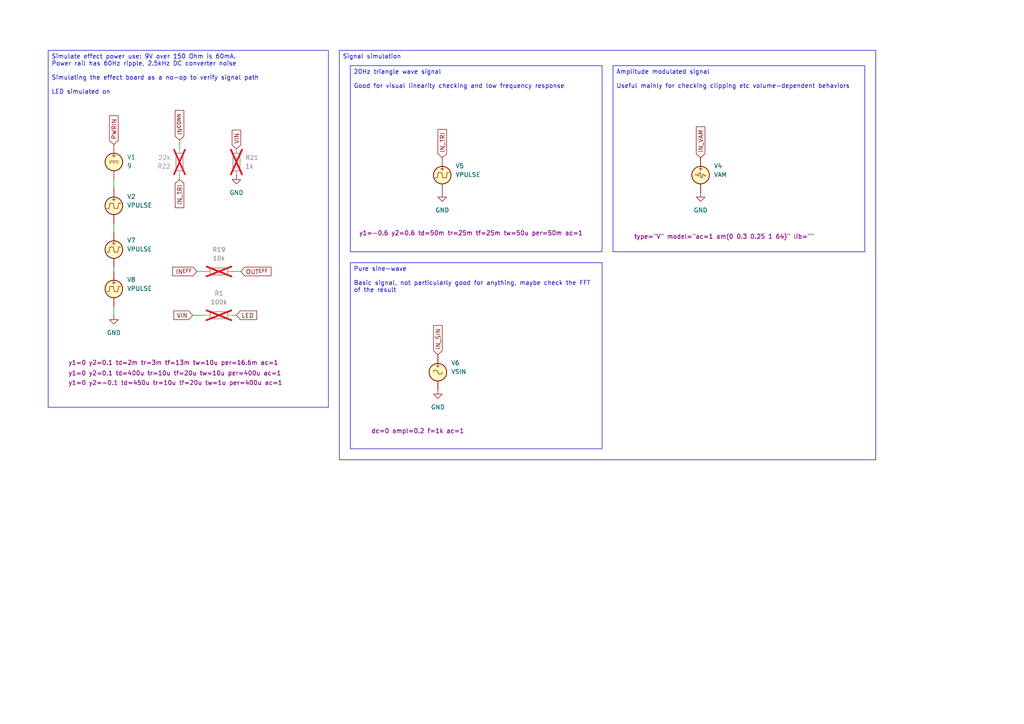
<source format=kicad_sch>
(kicad_sch (version 20250114) (generator "eeschema") (generator_version "9.0")
  (paper "A4")
  (title_block (title "Simulation infrastructure"))
  (lib_symbols
    (symbol "Device:R" (pin_numbers (hide yes)) (pin_names (offset 0))
      (property "Reference" "R" (at 2.032 0 90))
      (property "Value" "R" (at 0 0 90))
      (symbol "R_0_1"
        (rectangle (start -1.016 -2.54) (end 1.016 2.54) (stroke (width 0.254)))
      )
      (symbol "R_1_1"
        (pin passive line (at 0 3.81 270) (length 1.27) (name "~") (number "1"))
        (pin passive line (at 0 -3.81 90) (length 1.27) (name "~") (number "2"))
      )
    )
    (symbol "Simulation_SPICE:VAM" (pin_numbers (hide yes)) (pin_names (offset 0.0254))
      (property "Reference" "V" (at 2.54 2.54 0))
      (property "Value" "VAM" (at 2.54 0 0))
      (property "Sim.Params" "type=\"V\" model=\"am(1 0 1k 100k 1n)\" lib=\"\"" (at 2.54 -2.54 0))
      (symbol "VAM_0_0"
        (arc (start -0.508 0.508) (mid -0.254 0.7609) (end 0 0.508))
        (text "+" (at 0 1.905 0) (effects (font (size 1.27 1.27))))
      )
      (symbol "VAM_0_1"
        (arc (start -1.524 0) (mid -1.27 0.2529) (end -1.016 0))
        (arc (start -0.508 0) (mid -0.762 -0.2529) (end -1.016 0))
        (polyline (pts (xy -0.508 0.508) (xy -0.508 0)))
        (polyline (pts (xy 0 0.508) (xy 0 -0.508)))
        (circle (center 0 0) (radius 2.54) (stroke (width 0.254)) (fill (type background)))
        (arc (start 0.508 -0.508) (mid 0.254 -0.7609) (end 0 -0.508))
        (polyline (pts (xy 0.508 -0.508) (xy 0.508 0)))
        (arc (start 0.508 0) (mid 0.762 0.2529) (end 1.016 0))
        (arc (start 1.524 0) (mid 1.27 -0.2529) (end 1.016 0))
      )
      (symbol "VAM_1_1"
        (pin passive line (at 0 5.08 270) (length 2.54) (name "~") (number "1"))
        (pin passive line (at 0 -5.08 90) (length 2.54) (name "~") (number "2"))
      )
    )
    (symbol "Simulation_SPICE:VDC" (pin_numbers (hide yes)) (pin_names (offset 0.0254))
      (property "Reference" "V" (at 2.54 2.54 0))
      (property "Value" "1" (at 2.54 0 0))
      (symbol "VDC_0_0"
        (polyline (pts (xy -1.27 0.254) (xy 1.27 0.254)))
        (polyline (pts (xy -0.762 -0.254) (xy -1.27 -0.254)))
        (polyline (pts (xy 0.254 -0.254) (xy -0.254 -0.254)))
        (polyline (pts (xy 1.27 -0.254) (xy 0.762 -0.254)))
        (text "+" (at 0 1.905 0) (effects (font (size 1.27 1.27))))
      )
      (symbol "VDC_0_1"
        (circle (center 0 0) (radius 2.54) (stroke (width 0.254)) (fill (type background)))
      )
      (symbol "VDC_1_1"
        (pin passive line (at 0 5.08 270) (length 2.54) (name "~") (number "1"))
        (pin passive line (at 0 -5.08 90) (length 2.54) (name "~") (number "2"))
      )
    )
    (symbol "Simulation_SPICE:VPULSE" (pin_numbers (hide yes)) (pin_names (offset 0.0254))
      (property "Reference" "V" (at 2.54 2.54 0))
      (property "Value" "VPULSE" (at 2.54 0 0))
      (property "Sim.Params" "y1=0 y2=1 td=2n tr=2n tf=2n tw=50n per=100n" (at 2.54 -2.54 0))
      (symbol "VPULSE_0_0"
        (polyline (pts (xy -2.032 -0.762) (xy -1.397 -0.762) (xy -1.143 0.762) (xy -0.127 0.762) (xy 0.127 -0.762) (xy 1.143 -0.762) (xy 1.397 0.762) (xy 2.032 0.762)))
        (text "+" (at 0 1.905 0) (effects (font (size 1.27 1.27))))
      )
      (symbol "VPULSE_0_1"
        (circle (center 0 0) (radius 2.54) (stroke (width 0.254)) (fill (type background)))
      )
      (symbol "VPULSE_1_1"
        (pin passive line (at 0 5.08 270) (length 2.54) (name "~") (number "1"))
        (pin passive line (at 0 -5.08 90) (length 2.54) (name "~") (number "2"))
      )
    )
    (symbol "Simulation_SPICE:VSIN" (pin_numbers (hide yes)) (pin_names (offset 0.0254))
      (property "Reference" "V" (at 2.54 2.54 0))
      (property "Value" "VSIN" (at 2.54 0 0))
      (property "Sim.Params" "dc=0 ampl=1 f=1k ac=1" (at 2.54 -2.54 0))
      (symbol "VSIN_0_0"
        (arc (start -1.27 0) (mid -0.635 0.6323) (end 0 0))
        (arc (start 1.27 0) (mid 0.635 -0.6323) (end 0 0))
        (text "+" (at 0 1.905 0) (effects (font (size 1.27 1.27))))
      )
      (symbol "VSIN_0_1"
        (circle (center 0 0) (radius 2.54) (stroke (width 0.254)) (fill (type background)))
      )
      (symbol "VSIN_1_1"
        (pin passive line (at 0 5.08 270) (length 2.54) (name "~") (number "1"))
        (pin passive line (at 0 -5.08 90) (length 2.54) (name "~") (number "2"))
      )
    )
    (symbol "power:GND" (power) (pin_numbers (hide yes)) (pin_names (offset 0) (hide yes))
      (property "Value" "GND" (at 0 -3.81 0))
      (symbol "GND_0_1"
        (polyline (pts (xy 0 0) (xy 0 -1.27) (xy 1.27 -1.27) (xy 0 -2.54) (xy -1.27 -1.27) (xy 0 -1.27)))
      )
      (symbol "GND_1_1"
        (pin power_in line (at 0 0 270) (length 0) (name "~") (number "1"))
      )
    )
  )
  (text_box "Pure sine-wave\n\nBasic signal, not particularly good for anything, maybe check the FFT of the result" (at 101.6 76.2 0) (size 73.025 53.975) (margins 0.9525 0.9525 0.9525 0.9525) (effects (font (size 1.27 1.27)) (justify left top)))
  (text_box "Amplitude modulated signal\n\nUseful mainly for checking clipping etc volume-dependent behaviors" (at 177.8 19.05 0) (size 73.025 53.975) (margins 0.9525 0.9525 0.9525 0.9525) (effects (font (size 1.27 1.27)) (justify left top)))
  (text_box "20Hz triangle wave signal\n\nGood for visual linearity checking and low frequency response" (at 101.6 19.05 0) (size 73.025 53.975) (margins 0.9525 0.9525 0.9525 0.9525) (effects (font (size 1.27 1.27)) (justify left top)))
  (text_box "Simulate effect power use: 9V over 150 Ohm is 60mA.\nPower rail has 60Hz ripple, 2.5kHz DC converter noise\n\nSimulating the effect board as a no-op to verify signal path\n\nLED simulated on" (at 13.97 14.605 0) (size 81.28 103.505) (margins 0.9525 0.9525 0.9525 0.9525) (effects (font (size 1.27 1.27)) (justify left top)))
  (text_box "Signal simulation" (at 98.425 14.605 0) (size 155.575 118.745) (margins 0.9525 0.9525 0.9525 0.9525) (effects (font (size 1.27 1.27)) (justify left top)))
  (wire (pts (xy 57.15 78.74) (xy 59.69 78.74)))
  (wire (pts (xy 33.02 64.77) (xy 33.02 67.31)))
  (wire (pts (xy 33.02 88.9) (xy 33.02 91.44)))
  (wire (pts (xy 67.31 78.74) (xy 69.85 78.74)))
  (wire (pts (xy 52.07 50.8) (xy 52.07 52.07)))
  (wire (pts (xy 33.02 52.07) (xy 33.02 54.61)))
  (wire (pts (xy 33.02 77.47) (xy 33.02 78.74)))
  (wire (pts (xy 55.88 91.44) (xy 59.69 91.44)))
  (wire (pts (xy 52.07 40.64) (xy 52.07 43.18)))
  (wire (pts (xy 67.31 91.44) (xy 68.58 91.44)))
  (global_label "IN_TRI" (shape input) (at 52.07 52.07 270) (property "Intersheetrefs" "${INTERSHEET_REFS}" (effects (hide yes))))
  (global_label "VIN" (shape input) (at 68.58 43.18 90) (property "Intersheetrefs" "${INTERSHEET_REFS}" (effects (hide yes))))
  (global_label "IN_SIN" (shape input) (at 127 102.87 90) (property "Intersheetrefs" "${INTERSHEET_REFS}" (effects (hide yes))))
  (global_label "IN^{CONN}" (shape input) (at 52.07 40.64 90) (property "Intersheetrefs" "${INTERSHEET_REFS}" (effects (hide yes))))
  (global_label "IN_TRI" (shape input) (at 128.27 45.72 90) (property "Intersheetrefs" "${INTERSHEET_REFS}" (effects (hide yes))))
  (global_label "LED" (shape input) (at 68.58 91.44 0) (property "Intersheetrefs" "${INTERSHEET_REFS}" (effects (hide yes))))
  (global_label "PWRIN" (shape input) (at 33.02 41.91 90) (property "Intersheetrefs" "${INTERSHEET_REFS}" (effects (hide yes))))
  (global_label "IN^{EFF}" (shape input) (at 57.15 78.74 180) (property "Intersheetrefs" "${INTERSHEET_REFS}" (effects (hide yes))))
  (global_label "OUT^{EFF}" (shape input) (at 69.85 78.74 0) (property "Intersheetrefs" "${INTERSHEET_REFS}" (effects (hide yes))))
  (global_label "VIN" (shape input) (at 55.88 91.44 180) (property "Intersheetrefs" "${INTERSHEET_REFS}" (effects (hide yes))))
  (global_label "IN_VAM" (shape input) (at 203.2 45.72 90) (property "Intersheetrefs" "${INTERSHEET_REFS}" (effects (hide yes))))
  (symbol (lib_id "power:GND") (at 127 113.03 0) (unit 1)
    (property "Reference" "#PWR029" (effects (hide yes)))
    (property "Value" "GND" (at 127 118.11 0))
    (property "Description" "Power symbol creates a global label with name \"GND\" , ground" (effects (hide yes)))
  )
  (symbol (lib_id "power:GND") (at 68.58 50.8 0) (unit 1)
    (property "Reference" "#PWR021" (effects (hide yes)))
    (property "Value" "GND" (at 68.58 55.88 0))
    (property "Description" "Power symbol creates a global label with name \"GND\" , ground" (effects (hide yes)))
  )
  (symbol (lib_id "Simulation_SPICE:VSIN") (at 127 107.95 0) (unit 1) (in_bom no) (on_board no)
    (property "Reference" "V6" (at 130.81 105.2801 0) (effects (justify left)))
    (property "Value" "VSIN" (at 130.81 107.8201 0) (effects (justify left)))
    (property "Datasheet" "https://ngspice.sourceforge.io/docs/ngspice-html-manual/manual.xhtml#sec_Independent_Sources_for" (effects (hide yes)))
    (property "Description" "Voltage source, sinusoidal" (effects (hide yes)))
    (property "Sim.Pins" "1=+ 2=-" (effects (hide yes)))
    (property "Sim.Params" "dc=0 ampl=0.2 f=1k ac=1" (at 107.696 124.968 0) (effects (justify left)))
    (property "Sim.Type" "SIN" (effects (hide yes)))
    (property "Sim.Device" "V" (effects (hide yes)))
  )
  (symbol (lib_id "Simulation_SPICE:VAM") (at 203.2 50.8 0) (unit 1) (in_bom no) (on_board no)
    (property "Reference" "V4" (at 207.01 48.1301 0) (effects (justify left)))
    (property "Value" "VAM" (at 207.01 50.6701 0) (effects (justify left)))
    (property "Datasheet" "https://ngspice.sourceforge.io/docs/ngspice-html-manual/manual.xhtml#sec_Independent_Sources_for" (effects (hide yes)))
    (property "Description" "Voltage source, AM" (effects (hide yes)))
    (property "Sim.Pins" "1=1 2=2" (effects (hide yes)))
    (property "Sim.Device" "SPICE" (effects (hide yes)))
    (property "Sim.Params" "type=\"V\" model=\"ac=1 am(0 0.3 0.25 1 64)\" lib=\"\"" (at 183.896 68.58 0) (effects (justify left)))
  )
  (symbol (lib_id "Simulation_SPICE:VPULSE") (at 33.02 59.69 0) (unit 1) (in_bom no) (on_board no)
    (property "Reference" "V2" (at 36.83 57.0201 0) (effects (justify left)))
    (property "Value" "VPULSE" (at 36.83 59.5601 0) (effects (justify left)))
    (property "Datasheet" "https://ngspice.sourceforge.io/docs/ngspice-html-manual/manual.xhtml#sec_Independent_Sources_for" (effects (hide yes)))
    (property "Description" "Voltage source, pulse" (effects (hide yes)))
    (property "Sim.Pins" "1=+ 2=-" (effects (hide yes)))
    (property "Sim.Type" "PULSE" (effects (hide yes)))
    (property "Sim.Device" "V" (effects (hide yes)))
    (property "Sim.Params" "y1=0 y2=0.1 td=2m tr=3m tf=13m tw=10u per=16.6m ac=1" (at 19.812 105.156 0) (effects (justify left)))
  )
  (symbol (lib_id "power:GND") (at 33.02 91.44 0) (unit 1)
    (property "Reference" "#PWR013" (effects (hide yes)))
    (property "Value" "GND" (at 33.02 96.52 0))
    (property "Description" "Power symbol creates a global label with name \"GND\" , ground" (effects (hide yes)))
  )
  (symbol (lib_id "Device:R") (at 63.5 91.44 90) (unit 1) (in_bom no) (on_board no) (dnp yes)
    (property "Reference" "R1" (at 63.5 85.09 90))
    (property "Value" "100k" (at 63.5 87.63 90))
    (property "Description" "Resistor" (effects (hide yes)))
  )
  (symbol (lib_id "Device:R") (at 52.07 46.99 0) (unit 1) (in_bom no) (on_board no) (dnp yes)
    (property "Reference" "R22" (at 49.53 48.2601 0) (effects (justify right)))
    (property "Value" "22k" (at 49.53 45.7201 0) (effects (justify right)))
    (property "Footprint" "Resistor_SMD:R_0805_2012Metric" (effects (hide yes)))
    (property "Description" "Resistor" (effects (hide yes)))
  )
  (symbol (lib_id "Simulation_SPICE:VPULSE") (at 128.27 50.8 0) (unit 1) (in_bom no) (on_board no)
    (property "Reference" "V5" (at 132.08 48.1301 0) (effects (justify left)))
    (property "Value" "VPULSE" (at 132.08 50.6701 0) (effects (justify left)))
    (property "Datasheet" "https://ngspice.sourceforge.io/docs/ngspice-html-manual/manual.xhtml#sec_Independent_Sources_for" (effects (hide yes)))
    (property "Description" "Voltage source, pulse" (effects (hide yes)))
    (property "Sim.Pins" "1=+ 2=-" (effects (hide yes)))
    (property "Sim.Type" "PULSE" (effects (hide yes)))
    (property "Sim.Device" "V" (effects (hide yes)))
    (property "Sim.Params" "y1=-0.6 y2=0.6 td=50m tr=25m tf=25m tw=50u per=50m ac=1" (at 104.14 67.564 0) (effects (justify left)))
  )
  (symbol (lib_id "power:GND") (at 128.27 55.88 0) (unit 1)
    (property "Reference" "#PWR027" (effects (hide yes)))
    (property "Value" "GND" (at 128.27 60.96 0))
    (property "Description" "Power symbol creates a global label with name \"GND\" , ground" (effects (hide yes)))
  )
  (symbol (lib_id "Simulation_SPICE:VDC") (at 33.02 46.99 0) (unit 1) (in_bom no) (on_board no)
    (property "Reference" "V1" (at 36.83 45.5901 0) (effects (justify left)))
    (property "Value" "9" (at 36.83 48.1301 0) (effects (justify left)))
    (property "Datasheet" "https://ngspice.sourceforge.io/docs/ngspice-html-manual/manual.xhtml#sec_Independent_Sources_for" (effects (hide yes)))
    (property "Description" "Voltage source, DC" (effects (hide yes)))
    (property "Sim.Pins" "1=+ 2=-" (effects (hide yes)))
    (property "Sim.Type" "DC" (effects (hide yes)))
    (property "Sim.Device" "V" (effects (hide yes)))
  )
  (symbol (lib_id "Simulation_SPICE:VPULSE") (at 33.02 83.82 0) (unit 1) (in_bom no) (on_board no)
    (property "Reference" "V8" (at 36.83 81.1501 0) (effects (justify left)))
    (property "Value" "VPULSE" (at 36.83 83.6901 0) (effects (justify left)))
    (property "Datasheet" "https://ngspice.sourceforge.io/docs/ngspice-html-manual/manual.xhtml#sec_Independent_Sources_for" (effects (hide yes)))
    (property "Description" "Voltage source, pulse" (effects (hide yes)))
    (property "Sim.Pins" "1=+ 2=-" (effects (hide yes)))
    (property "Sim.Type" "PULSE" (effects (hide yes)))
    (property "Sim.Device" "V" (effects (hide yes)))
    (property "Sim.Params" "y1=0 y2=-0.1 td=450u tr=10u tf=20u tw=1u per=400u ac=1" (at 19.812 110.998 0) (effects (justify left)))
  )
  (symbol (lib_id "Simulation_SPICE:VPULSE") (at 33.02 72.39 0) (unit 1) (in_bom no) (on_board no)
    (property "Reference" "V7" (at 36.83 69.7201 0) (effects (justify left)))
    (property "Value" "VPULSE" (at 36.83 72.2601 0) (effects (justify left)))
    (property "Datasheet" "https://ngspice.sourceforge.io/docs/ngspice-html-manual/manual.xhtml#sec_Independent_Sources_for" (effects (hide yes)))
    (property "Description" "Voltage source, pulse" (effects (hide yes)))
    (property "Sim.Pins" "1=+ 2=-" (effects (hide yes)))
    (property "Sim.Type" "PULSE" (effects (hide yes)))
    (property "Sim.Device" "V" (effects (hide yes)))
    (property "Sim.Params" "y1=0 y2=0.1 td=400u tr=10u tf=20u tw=10u per=400u ac=1" (at 19.812 108.204 0) (effects (justify left)))
  )
  (symbol (lib_id "Device:R") (at 68.58 46.99 180) (unit 1) (in_bom no) (on_board no) (dnp yes)
    (property "Reference" "R21" (at 71.12 45.7199 0) (effects (justify right)))
    (property "Value" "1k" (at 71.12 48.2599 0) (effects (justify right)))
    (property "Description" "Resistor" (effects (hide yes)))
  )
  (symbol (lib_id "Device:R") (at 63.5 78.74 270) (unit 1) (in_bom no) (on_board no) (dnp yes)
    (property "Reference" "R19" (at 63.5 72.39 90))
    (property "Value" "10k" (at 63.5 74.93 90))
    (property "Description" "Resistor" (effects (hide yes)))
  )
  (symbol (lib_id "power:GND") (at 203.2 55.88 0) (unit 1)
    (property "Reference" "#PWR026" (effects (hide yes)))
    (property "Value" "GND" (at 203.2 60.96 0))
    (property "Description" "Power symbol creates a global label with name \"GND\" , ground" (effects (hide yes)))
  )
)
</source>
